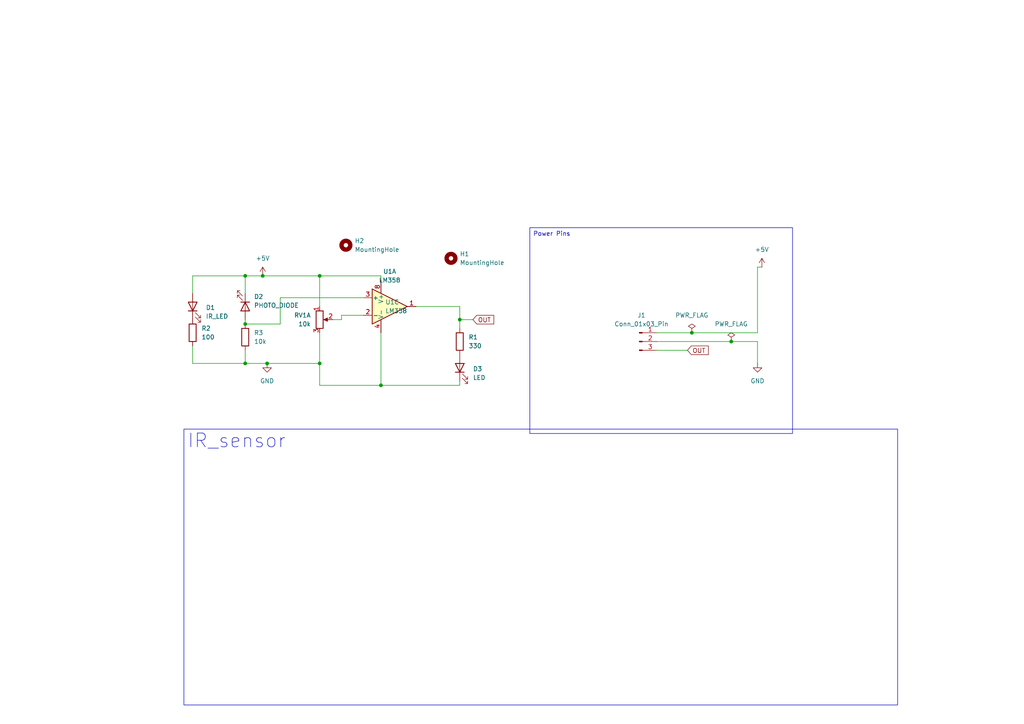
<source format=kicad_sch>
(kicad_sch
	(version 20250114)
	(generator "eeschema")
	(generator_version "9.0")
	(uuid "9cc32fef-79dd-4b95-ac47-1fd5734f71e4")
	(paper "A4")
	(lib_symbols
		(symbol "Amplifier_Operational:LM358"
			(pin_names
				(offset 0.127)
			)
			(exclude_from_sim no)
			(in_bom yes)
			(on_board yes)
			(property "Reference" "U"
				(at 0 5.08 0)
				(effects
					(font
						(size 1.27 1.27)
					)
					(justify left)
				)
			)
			(property "Value" "LM358"
				(at 0 -5.08 0)
				(effects
					(font
						(size 1.27 1.27)
					)
					(justify left)
				)
			)
			(property "Footprint" ""
				(at 0 0 0)
				(effects
					(font
						(size 1.27 1.27)
					)
					(hide yes)
				)
			)
			(property "Datasheet" "http://www.ti.com/lit/ds/symlink/lm2904-n.pdf"
				(at 0 0 0)
				(effects
					(font
						(size 1.27 1.27)
					)
					(hide yes)
				)
			)
			(property "Description" "Low-Power, Dual Operational Amplifiers, DIP-8/SOIC-8/TO-99-8"
				(at 0 0 0)
				(effects
					(font
						(size 1.27 1.27)
					)
					(hide yes)
				)
			)
			(property "ki_locked" ""
				(at 0 0 0)
				(effects
					(font
						(size 1.27 1.27)
					)
				)
			)
			(property "ki_keywords" "dual opamp"
				(at 0 0 0)
				(effects
					(font
						(size 1.27 1.27)
					)
					(hide yes)
				)
			)
			(property "ki_fp_filters" "SOIC*3.9x4.9mm*P1.27mm* DIP*W7.62mm* TO*99* OnSemi*Micro8* TSSOP*3x3mm*P0.65mm* TSSOP*4.4x3mm*P0.65mm* MSOP*3x3mm*P0.65mm* SSOP*3.9x4.9mm*P0.635mm* LFCSP*2x2mm*P0.5mm* *SIP* SOIC*5.3x6.2mm*P1.27mm*"
				(at 0 0 0)
				(effects
					(font
						(size 1.27 1.27)
					)
					(hide yes)
				)
			)
			(symbol "LM358_1_1"
				(polyline
					(pts
						(xy -5.08 5.08) (xy 5.08 0) (xy -5.08 -5.08) (xy -5.08 5.08)
					)
					(stroke
						(width 0.254)
						(type default)
					)
					(fill
						(type background)
					)
				)
				(pin input line
					(at -7.62 2.54 0)
					(length 2.54)
					(name "+"
						(effects
							(font
								(size 1.27 1.27)
							)
						)
					)
					(number "3"
						(effects
							(font
								(size 1.27 1.27)
							)
						)
					)
				)
				(pin input line
					(at -7.62 -2.54 0)
					(length 2.54)
					(name "-"
						(effects
							(font
								(size 1.27 1.27)
							)
						)
					)
					(number "2"
						(effects
							(font
								(size 1.27 1.27)
							)
						)
					)
				)
				(pin output line
					(at 7.62 0 180)
					(length 2.54)
					(name "~"
						(effects
							(font
								(size 1.27 1.27)
							)
						)
					)
					(number "1"
						(effects
							(font
								(size 1.27 1.27)
							)
						)
					)
				)
			)
			(symbol "LM358_2_1"
				(polyline
					(pts
						(xy -5.08 5.08) (xy 5.08 0) (xy -5.08 -5.08) (xy -5.08 5.08)
					)
					(stroke
						(width 0.254)
						(type default)
					)
					(fill
						(type background)
					)
				)
				(pin input line
					(at -7.62 2.54 0)
					(length 2.54)
					(name "+"
						(effects
							(font
								(size 1.27 1.27)
							)
						)
					)
					(number "5"
						(effects
							(font
								(size 1.27 1.27)
							)
						)
					)
				)
				(pin input line
					(at -7.62 -2.54 0)
					(length 2.54)
					(name "-"
						(effects
							(font
								(size 1.27 1.27)
							)
						)
					)
					(number "6"
						(effects
							(font
								(size 1.27 1.27)
							)
						)
					)
				)
				(pin output line
					(at 7.62 0 180)
					(length 2.54)
					(name "~"
						(effects
							(font
								(size 1.27 1.27)
							)
						)
					)
					(number "7"
						(effects
							(font
								(size 1.27 1.27)
							)
						)
					)
				)
			)
			(symbol "LM358_3_1"
				(pin power_in line
					(at -2.54 7.62 270)
					(length 3.81)
					(name "V+"
						(effects
							(font
								(size 1.27 1.27)
							)
						)
					)
					(number "8"
						(effects
							(font
								(size 1.27 1.27)
							)
						)
					)
				)
				(pin power_in line
					(at -2.54 -7.62 90)
					(length 3.81)
					(name "V-"
						(effects
							(font
								(size 1.27 1.27)
							)
						)
					)
					(number "4"
						(effects
							(font
								(size 1.27 1.27)
							)
						)
					)
				)
			)
			(embedded_fonts no)
		)
		(symbol "Connector:Conn_01x03_Pin"
			(pin_names
				(offset 1.016)
				(hide yes)
			)
			(exclude_from_sim no)
			(in_bom yes)
			(on_board yes)
			(property "Reference" "J"
				(at 0 5.08 0)
				(effects
					(font
						(size 1.27 1.27)
					)
				)
			)
			(property "Value" "Conn_01x03_Pin"
				(at 0 -5.08 0)
				(effects
					(font
						(size 1.27 1.27)
					)
				)
			)
			(property "Footprint" ""
				(at 0 0 0)
				(effects
					(font
						(size 1.27 1.27)
					)
					(hide yes)
				)
			)
			(property "Datasheet" "~"
				(at 0 0 0)
				(effects
					(font
						(size 1.27 1.27)
					)
					(hide yes)
				)
			)
			(property "Description" "Generic connector, single row, 01x03, script generated"
				(at 0 0 0)
				(effects
					(font
						(size 1.27 1.27)
					)
					(hide yes)
				)
			)
			(property "ki_locked" ""
				(at 0 0 0)
				(effects
					(font
						(size 1.27 1.27)
					)
				)
			)
			(property "ki_keywords" "connector"
				(at 0 0 0)
				(effects
					(font
						(size 1.27 1.27)
					)
					(hide yes)
				)
			)
			(property "ki_fp_filters" "Connector*:*_1x??_*"
				(at 0 0 0)
				(effects
					(font
						(size 1.27 1.27)
					)
					(hide yes)
				)
			)
			(symbol "Conn_01x03_Pin_1_1"
				(rectangle
					(start 0.8636 2.667)
					(end 0 2.413)
					(stroke
						(width 0.1524)
						(type default)
					)
					(fill
						(type outline)
					)
				)
				(rectangle
					(start 0.8636 0.127)
					(end 0 -0.127)
					(stroke
						(width 0.1524)
						(type default)
					)
					(fill
						(type outline)
					)
				)
				(rectangle
					(start 0.8636 -2.413)
					(end 0 -2.667)
					(stroke
						(width 0.1524)
						(type default)
					)
					(fill
						(type outline)
					)
				)
				(polyline
					(pts
						(xy 1.27 2.54) (xy 0.8636 2.54)
					)
					(stroke
						(width 0.1524)
						(type default)
					)
					(fill
						(type none)
					)
				)
				(polyline
					(pts
						(xy 1.27 0) (xy 0.8636 0)
					)
					(stroke
						(width 0.1524)
						(type default)
					)
					(fill
						(type none)
					)
				)
				(polyline
					(pts
						(xy 1.27 -2.54) (xy 0.8636 -2.54)
					)
					(stroke
						(width 0.1524)
						(type default)
					)
					(fill
						(type none)
					)
				)
				(pin passive line
					(at 5.08 2.54 180)
					(length 3.81)
					(name "Pin_1"
						(effects
							(font
								(size 1.27 1.27)
							)
						)
					)
					(number "1"
						(effects
							(font
								(size 1.27 1.27)
							)
						)
					)
				)
				(pin passive line
					(at 5.08 0 180)
					(length 3.81)
					(name "Pin_2"
						(effects
							(font
								(size 1.27 1.27)
							)
						)
					)
					(number "2"
						(effects
							(font
								(size 1.27 1.27)
							)
						)
					)
				)
				(pin passive line
					(at 5.08 -2.54 180)
					(length 3.81)
					(name "Pin_3"
						(effects
							(font
								(size 1.27 1.27)
							)
						)
					)
					(number "3"
						(effects
							(font
								(size 1.27 1.27)
							)
						)
					)
				)
			)
			(embedded_fonts no)
		)
		(symbol "Device:LED"
			(pin_numbers
				(hide yes)
			)
			(pin_names
				(offset 1.016)
				(hide yes)
			)
			(exclude_from_sim no)
			(in_bom yes)
			(on_board yes)
			(property "Reference" "D"
				(at 0 2.54 0)
				(effects
					(font
						(size 1.27 1.27)
					)
				)
			)
			(property "Value" "LED"
				(at 0 -2.54 0)
				(effects
					(font
						(size 1.27 1.27)
					)
				)
			)
			(property "Footprint" ""
				(at 0 0 0)
				(effects
					(font
						(size 1.27 1.27)
					)
					(hide yes)
				)
			)
			(property "Datasheet" "~"
				(at 0 0 0)
				(effects
					(font
						(size 1.27 1.27)
					)
					(hide yes)
				)
			)
			(property "Description" "Light emitting diode"
				(at 0 0 0)
				(effects
					(font
						(size 1.27 1.27)
					)
					(hide yes)
				)
			)
			(property "Sim.Pins" "1=K 2=A"
				(at 0 0 0)
				(effects
					(font
						(size 1.27 1.27)
					)
					(hide yes)
				)
			)
			(property "ki_keywords" "LED diode"
				(at 0 0 0)
				(effects
					(font
						(size 1.27 1.27)
					)
					(hide yes)
				)
			)
			(property "ki_fp_filters" "LED* LED_SMD:* LED_THT:*"
				(at 0 0 0)
				(effects
					(font
						(size 1.27 1.27)
					)
					(hide yes)
				)
			)
			(symbol "LED_0_1"
				(polyline
					(pts
						(xy -3.048 -0.762) (xy -4.572 -2.286) (xy -3.81 -2.286) (xy -4.572 -2.286) (xy -4.572 -1.524)
					)
					(stroke
						(width 0)
						(type default)
					)
					(fill
						(type none)
					)
				)
				(polyline
					(pts
						(xy -1.778 -0.762) (xy -3.302 -2.286) (xy -2.54 -2.286) (xy -3.302 -2.286) (xy -3.302 -1.524)
					)
					(stroke
						(width 0)
						(type default)
					)
					(fill
						(type none)
					)
				)
				(polyline
					(pts
						(xy -1.27 0) (xy 1.27 0)
					)
					(stroke
						(width 0)
						(type default)
					)
					(fill
						(type none)
					)
				)
				(polyline
					(pts
						(xy -1.27 -1.27) (xy -1.27 1.27)
					)
					(stroke
						(width 0.254)
						(type default)
					)
					(fill
						(type none)
					)
				)
				(polyline
					(pts
						(xy 1.27 -1.27) (xy 1.27 1.27) (xy -1.27 0) (xy 1.27 -1.27)
					)
					(stroke
						(width 0.254)
						(type default)
					)
					(fill
						(type none)
					)
				)
			)
			(symbol "LED_1_1"
				(pin passive line
					(at -3.81 0 0)
					(length 2.54)
					(name "K"
						(effects
							(font
								(size 1.27 1.27)
							)
						)
					)
					(number "1"
						(effects
							(font
								(size 1.27 1.27)
							)
						)
					)
				)
				(pin passive line
					(at 3.81 0 180)
					(length 2.54)
					(name "A"
						(effects
							(font
								(size 1.27 1.27)
							)
						)
					)
					(number "2"
						(effects
							(font
								(size 1.27 1.27)
							)
						)
					)
				)
			)
			(embedded_fonts no)
		)
		(symbol "Device:R"
			(pin_numbers
				(hide yes)
			)
			(pin_names
				(offset 0)
			)
			(exclude_from_sim no)
			(in_bom yes)
			(on_board yes)
			(property "Reference" "R"
				(at 2.032 0 90)
				(effects
					(font
						(size 1.27 1.27)
					)
				)
			)
			(property "Value" "R"
				(at 0 0 90)
				(effects
					(font
						(size 1.27 1.27)
					)
				)
			)
			(property "Footprint" ""
				(at -1.778 0 90)
				(effects
					(font
						(size 1.27 1.27)
					)
					(hide yes)
				)
			)
			(property "Datasheet" "~"
				(at 0 0 0)
				(effects
					(font
						(size 1.27 1.27)
					)
					(hide yes)
				)
			)
			(property "Description" "Resistor"
				(at 0 0 0)
				(effects
					(font
						(size 1.27 1.27)
					)
					(hide yes)
				)
			)
			(property "ki_keywords" "R res resistor"
				(at 0 0 0)
				(effects
					(font
						(size 1.27 1.27)
					)
					(hide yes)
				)
			)
			(property "ki_fp_filters" "R_*"
				(at 0 0 0)
				(effects
					(font
						(size 1.27 1.27)
					)
					(hide yes)
				)
			)
			(symbol "R_0_1"
				(rectangle
					(start -1.016 -2.54)
					(end 1.016 2.54)
					(stroke
						(width 0.254)
						(type default)
					)
					(fill
						(type none)
					)
				)
			)
			(symbol "R_1_1"
				(pin passive line
					(at 0 3.81 270)
					(length 1.27)
					(name "~"
						(effects
							(font
								(size 1.27 1.27)
							)
						)
					)
					(number "1"
						(effects
							(font
								(size 1.27 1.27)
							)
						)
					)
				)
				(pin passive line
					(at 0 -3.81 90)
					(length 1.27)
					(name "~"
						(effects
							(font
								(size 1.27 1.27)
							)
						)
					)
					(number "2"
						(effects
							(font
								(size 1.27 1.27)
							)
						)
					)
				)
			)
			(embedded_fonts no)
		)
		(symbol "Device:R_Potentiometer_Dual_Separate"
			(pin_names
				(offset 1.016)
				(hide yes)
			)
			(exclude_from_sim no)
			(in_bom yes)
			(on_board yes)
			(property "Reference" "RV"
				(at -4.445 0 90)
				(effects
					(font
						(size 1.27 1.27)
					)
				)
			)
			(property "Value" "R_Potentiometer_Dual_Separate"
				(at -2.54 0 90)
				(effects
					(font
						(size 1.27 1.27)
					)
				)
			)
			(property "Footprint" ""
				(at 0 0 0)
				(effects
					(font
						(size 1.27 1.27)
					)
					(hide yes)
				)
			)
			(property "Datasheet" "~"
				(at 0 0 0)
				(effects
					(font
						(size 1.27 1.27)
					)
					(hide yes)
				)
			)
			(property "Description" "Dual potentiometer, separate units"
				(at 0 0 0)
				(effects
					(font
						(size 1.27 1.27)
					)
					(hide yes)
				)
			)
			(property "ki_keywords" "resistor variable"
				(at 0 0 0)
				(effects
					(font
						(size 1.27 1.27)
					)
					(hide yes)
				)
			)
			(property "ki_fp_filters" "Potentiometer*"
				(at 0 0 0)
				(effects
					(font
						(size 1.27 1.27)
					)
					(hide yes)
				)
			)
			(symbol "R_Potentiometer_Dual_Separate_0_1"
				(rectangle
					(start 1.016 2.54)
					(end -1.016 -2.54)
					(stroke
						(width 0.254)
						(type default)
					)
					(fill
						(type none)
					)
				)
				(polyline
					(pts
						(xy 1.143 0) (xy 2.286 0.508) (xy 2.286 -0.508) (xy 1.143 0)
					)
					(stroke
						(width 0)
						(type default)
					)
					(fill
						(type outline)
					)
				)
				(polyline
					(pts
						(xy 2.54 0) (xy 1.524 0)
					)
					(stroke
						(width 0)
						(type default)
					)
					(fill
						(type none)
					)
				)
			)
			(symbol "R_Potentiometer_Dual_Separate_1_1"
				(pin passive line
					(at 0 3.81 270)
					(length 1.27)
					(name "1"
						(effects
							(font
								(size 1.27 1.27)
							)
						)
					)
					(number "1"
						(effects
							(font
								(size 1.27 1.27)
							)
						)
					)
				)
				(pin passive line
					(at 0 -3.81 90)
					(length 1.27)
					(name "3"
						(effects
							(font
								(size 1.27 1.27)
							)
						)
					)
					(number "3"
						(effects
							(font
								(size 1.27 1.27)
							)
						)
					)
				)
				(pin passive line
					(at 3.81 0 180)
					(length 1.27)
					(name "2"
						(effects
							(font
								(size 1.27 1.27)
							)
						)
					)
					(number "2"
						(effects
							(font
								(size 1.27 1.27)
							)
						)
					)
				)
			)
			(symbol "R_Potentiometer_Dual_Separate_2_1"
				(pin passive line
					(at 0 3.81 270)
					(length 1.27)
					(name "4"
						(effects
							(font
								(size 1.27 1.27)
							)
						)
					)
					(number "4"
						(effects
							(font
								(size 1.27 1.27)
							)
						)
					)
				)
				(pin passive line
					(at 0 -3.81 90)
					(length 1.27)
					(name "6"
						(effects
							(font
								(size 1.27 1.27)
							)
						)
					)
					(number "6"
						(effects
							(font
								(size 1.27 1.27)
							)
						)
					)
				)
				(pin passive line
					(at 3.81 0 180)
					(length 1.27)
					(name "5"
						(effects
							(font
								(size 1.27 1.27)
							)
						)
					)
					(number "5"
						(effects
							(font
								(size 1.27 1.27)
							)
						)
					)
				)
			)
			(embedded_fonts no)
		)
		(symbol "Mechanical:MountingHole"
			(pin_names
				(offset 1.016)
			)
			(exclude_from_sim no)
			(in_bom no)
			(on_board yes)
			(property "Reference" "H"
				(at 0 5.08 0)
				(effects
					(font
						(size 1.27 1.27)
					)
				)
			)
			(property "Value" "MountingHole"
				(at 0 3.175 0)
				(effects
					(font
						(size 1.27 1.27)
					)
				)
			)
			(property "Footprint" ""
				(at 0 0 0)
				(effects
					(font
						(size 1.27 1.27)
					)
					(hide yes)
				)
			)
			(property "Datasheet" "~"
				(at 0 0 0)
				(effects
					(font
						(size 1.27 1.27)
					)
					(hide yes)
				)
			)
			(property "Description" "Mounting Hole without connection"
				(at 0 0 0)
				(effects
					(font
						(size 1.27 1.27)
					)
					(hide yes)
				)
			)
			(property "ki_keywords" "mounting hole"
				(at 0 0 0)
				(effects
					(font
						(size 1.27 1.27)
					)
					(hide yes)
				)
			)
			(property "ki_fp_filters" "MountingHole*"
				(at 0 0 0)
				(effects
					(font
						(size 1.27 1.27)
					)
					(hide yes)
				)
			)
			(symbol "MountingHole_0_1"
				(circle
					(center 0 0)
					(radius 1.27)
					(stroke
						(width 1.27)
						(type default)
					)
					(fill
						(type none)
					)
				)
			)
			(embedded_fonts no)
		)
		(symbol "power:+4V"
			(power)
			(pin_numbers
				(hide yes)
			)
			(pin_names
				(offset 0)
				(hide yes)
			)
			(exclude_from_sim no)
			(in_bom yes)
			(on_board yes)
			(property "Reference" "#PWR"
				(at 0 -3.81 0)
				(effects
					(font
						(size 1.27 1.27)
					)
					(hide yes)
				)
			)
			(property "Value" "+4V"
				(at 0 3.556 0)
				(effects
					(font
						(size 1.27 1.27)
					)
				)
			)
			(property "Footprint" ""
				(at 0 0 0)
				(effects
					(font
						(size 1.27 1.27)
					)
					(hide yes)
				)
			)
			(property "Datasheet" ""
				(at 0 0 0)
				(effects
					(font
						(size 1.27 1.27)
					)
					(hide yes)
				)
			)
			(property "Description" "Power symbol creates a global label with name \"+4V\""
				(at 0 0 0)
				(effects
					(font
						(size 1.27 1.27)
					)
					(hide yes)
				)
			)
			(property "ki_keywords" "global power"
				(at 0 0 0)
				(effects
					(font
						(size 1.27 1.27)
					)
					(hide yes)
				)
			)
			(symbol "+4V_0_1"
				(polyline
					(pts
						(xy -0.762 1.27) (xy 0 2.54)
					)
					(stroke
						(width 0)
						(type default)
					)
					(fill
						(type none)
					)
				)
				(polyline
					(pts
						(xy 0 2.54) (xy 0.762 1.27)
					)
					(stroke
						(width 0)
						(type default)
					)
					(fill
						(type none)
					)
				)
				(polyline
					(pts
						(xy 0 0) (xy 0 2.54)
					)
					(stroke
						(width 0)
						(type default)
					)
					(fill
						(type none)
					)
				)
			)
			(symbol "+4V_1_1"
				(pin power_in line
					(at 0 0 90)
					(length 0)
					(name "~"
						(effects
							(font
								(size 1.27 1.27)
							)
						)
					)
					(number "1"
						(effects
							(font
								(size 1.27 1.27)
							)
						)
					)
				)
			)
			(embedded_fonts no)
		)
		(symbol "power:GND"
			(power)
			(pin_numbers
				(hide yes)
			)
			(pin_names
				(offset 0)
				(hide yes)
			)
			(exclude_from_sim no)
			(in_bom yes)
			(on_board yes)
			(property "Reference" "#PWR"
				(at 0 -6.35 0)
				(effects
					(font
						(size 1.27 1.27)
					)
					(hide yes)
				)
			)
			(property "Value" "GND"
				(at 0 -3.81 0)
				(effects
					(font
						(size 1.27 1.27)
					)
				)
			)
			(property "Footprint" ""
				(at 0 0 0)
				(effects
					(font
						(size 1.27 1.27)
					)
					(hide yes)
				)
			)
			(property "Datasheet" ""
				(at 0 0 0)
				(effects
					(font
						(size 1.27 1.27)
					)
					(hide yes)
				)
			)
			(property "Description" "Power symbol creates a global label with name \"GND\" , ground"
				(at 0 0 0)
				(effects
					(font
						(size 1.27 1.27)
					)
					(hide yes)
				)
			)
			(property "ki_keywords" "global power"
				(at 0 0 0)
				(effects
					(font
						(size 1.27 1.27)
					)
					(hide yes)
				)
			)
			(symbol "GND_0_1"
				(polyline
					(pts
						(xy 0 0) (xy 0 -1.27) (xy 1.27 -1.27) (xy 0 -2.54) (xy -1.27 -1.27) (xy 0 -1.27)
					)
					(stroke
						(width 0)
						(type default)
					)
					(fill
						(type none)
					)
				)
			)
			(symbol "GND_1_1"
				(pin power_in line
					(at 0 0 270)
					(length 0)
					(name "~"
						(effects
							(font
								(size 1.27 1.27)
							)
						)
					)
					(number "1"
						(effects
							(font
								(size 1.27 1.27)
							)
						)
					)
				)
			)
			(embedded_fonts no)
		)
		(symbol "power:PWR_FLAG"
			(power)
			(pin_numbers
				(hide yes)
			)
			(pin_names
				(offset 0)
				(hide yes)
			)
			(exclude_from_sim no)
			(in_bom yes)
			(on_board yes)
			(property "Reference" "#FLG"
				(at 0 1.905 0)
				(effects
					(font
						(size 1.27 1.27)
					)
					(hide yes)
				)
			)
			(property "Value" "PWR_FLAG"
				(at 0 3.81 0)
				(effects
					(font
						(size 1.27 1.27)
					)
				)
			)
			(property "Footprint" ""
				(at 0 0 0)
				(effects
					(font
						(size 1.27 1.27)
					)
					(hide yes)
				)
			)
			(property "Datasheet" "~"
				(at 0 0 0)
				(effects
					(font
						(size 1.27 1.27)
					)
					(hide yes)
				)
			)
			(property "Description" "Special symbol for telling ERC where power comes from"
				(at 0 0 0)
				(effects
					(font
						(size 1.27 1.27)
					)
					(hide yes)
				)
			)
			(property "ki_keywords" "flag power"
				(at 0 0 0)
				(effects
					(font
						(size 1.27 1.27)
					)
					(hide yes)
				)
			)
			(symbol "PWR_FLAG_0_0"
				(pin power_out line
					(at 0 0 90)
					(length 0)
					(name "~"
						(effects
							(font
								(size 1.27 1.27)
							)
						)
					)
					(number "1"
						(effects
							(font
								(size 1.27 1.27)
							)
						)
					)
				)
			)
			(symbol "PWR_FLAG_0_1"
				(polyline
					(pts
						(xy 0 0) (xy 0 1.27) (xy -1.016 1.905) (xy 0 2.54) (xy 1.016 1.905) (xy 0 1.27)
					)
					(stroke
						(width 0)
						(type default)
					)
					(fill
						(type none)
					)
				)
			)
			(embedded_fonts no)
		)
	)
	(text_box "Power Pins\n"
		(exclude_from_sim no)
		(at 153.67 66.04 0)
		(size 76.2 59.69)
		(margins 0.9525 0.9525 0.9525 0.9525)
		(stroke
			(width 0)
			(type solid)
		)
		(fill
			(type none)
		)
		(effects
			(font
				(size 1.27 1.27)
			)
			(justify left top)
		)
		(uuid "aefb7dd7-b969-4bb3-a6eb-388838f382ed")
	)
	(text_box "IR_sensor\n"
		(exclude_from_sim no)
		(at 53.34 124.46 0)
		(size 207.01 80.01)
		(margins 0.9525 0.9525 0.9525 0.9525)
		(stroke
			(width 0)
			(type solid)
		)
		(fill
			(type none)
		)
		(effects
			(font
				(size 4 4)
			)
			(justify left top)
		)
		(uuid "d561c44d-71c5-4f3a-b69c-7876baacad7c")
	)
	(junction
		(at 76.2 80.01)
		(diameter 0)
		(color 0 0 0 0)
		(uuid "047faa15-dab0-4f33-b311-a1b7eabe724d")
	)
	(junction
		(at 71.12 80.01)
		(diameter 0)
		(color 0 0 0 0)
		(uuid "4daef365-1eb5-4f00-b89d-4fb3bc2f4f9e")
	)
	(junction
		(at 92.71 80.01)
		(diameter 0)
		(color 0 0 0 0)
		(uuid "692562dc-5c0d-4718-838c-95f25d2c1cfa")
	)
	(junction
		(at 71.12 93.98)
		(diameter 0)
		(color 0 0 0 0)
		(uuid "7b85404b-b611-40e3-8512-882f45a7d65e")
	)
	(junction
		(at 110.49 111.76)
		(diameter 0)
		(color 0 0 0 0)
		(uuid "8ccc8436-81c6-44bb-943c-4abf7bcc42a3")
	)
	(junction
		(at 212.09 99.06)
		(diameter 0)
		(color 0 0 0 0)
		(uuid "9a2d1821-02f9-410c-939a-c6c625373f84")
	)
	(junction
		(at 71.12 105.41)
		(diameter 0)
		(color 0 0 0 0)
		(uuid "9ddfd283-c73d-4cd6-90e0-6a021c9c0ab3")
	)
	(junction
		(at 92.71 105.41)
		(diameter 0)
		(color 0 0 0 0)
		(uuid "a062fff6-230e-466e-bf11-a34048bd8223")
	)
	(junction
		(at 133.35 92.71)
		(diameter 0)
		(color 0 0 0 0)
		(uuid "c180fa16-c0ca-40cf-bd7f-1d1d726d97e1")
	)
	(junction
		(at 77.47 105.41)
		(diameter 0)
		(color 0 0 0 0)
		(uuid "cb83e214-145e-40a5-8b30-d924837cecdc")
	)
	(junction
		(at 200.66 96.52)
		(diameter 0)
		(color 0 0 0 0)
		(uuid "d8d6bbd4-7593-460e-b1d1-18a2a6690598")
	)
	(wire
		(pts
			(xy 219.71 99.06) (xy 219.71 105.41)
		)
		(stroke
			(width 0)
			(type default)
		)
		(uuid "15ab50ea-79e3-49bd-8594-1795fe60cd7f")
	)
	(wire
		(pts
			(xy 110.49 96.52) (xy 110.49 111.76)
		)
		(stroke
			(width 0)
			(type default)
		)
		(uuid "1934800d-6158-47db-8c80-7165546426d1")
	)
	(wire
		(pts
			(xy 92.71 111.76) (xy 110.49 111.76)
		)
		(stroke
			(width 0)
			(type default)
		)
		(uuid "196b5efc-d507-4f4b-acce-66178771e09a")
	)
	(wire
		(pts
			(xy 200.66 96.52) (xy 219.71 96.52)
		)
		(stroke
			(width 0)
			(type default)
		)
		(uuid "263e1eb4-94cf-40c7-8d88-3f69dcbef0b7")
	)
	(wire
		(pts
			(xy 76.2 80.01) (xy 92.71 80.01)
		)
		(stroke
			(width 0)
			(type default)
		)
		(uuid "28850447-5613-47b0-906d-76e531c5e31b")
	)
	(wire
		(pts
			(xy 71.12 80.01) (xy 55.88 80.01)
		)
		(stroke
			(width 0)
			(type default)
		)
		(uuid "28e42247-ca75-45d5-83be-1e92d6a3dad9")
	)
	(wire
		(pts
			(xy 71.12 101.6) (xy 71.12 105.41)
		)
		(stroke
			(width 0)
			(type default)
		)
		(uuid "2c6f7a3d-7b69-4e8d-8fa2-498b838177ec")
	)
	(wire
		(pts
			(xy 71.12 85.09) (xy 71.12 80.01)
		)
		(stroke
			(width 0)
			(type default)
		)
		(uuid "317a675e-5e48-4048-971c-045be8496e39")
	)
	(wire
		(pts
			(xy 110.49 111.76) (xy 133.35 111.76)
		)
		(stroke
			(width 0)
			(type default)
		)
		(uuid "355ae89d-a393-434b-bf0c-5739c88a24ce")
	)
	(wire
		(pts
			(xy 55.88 105.41) (xy 71.12 105.41)
		)
		(stroke
			(width 0)
			(type default)
		)
		(uuid "38692d58-23e5-4857-b25d-04608fb31dce")
	)
	(wire
		(pts
			(xy 92.71 96.52) (xy 92.71 105.41)
		)
		(stroke
			(width 0)
			(type default)
		)
		(uuid "43442f38-5089-440c-ba00-9295ed0883f9")
	)
	(wire
		(pts
			(xy 77.47 105.41) (xy 92.71 105.41)
		)
		(stroke
			(width 0)
			(type default)
		)
		(uuid "465c0e4c-9241-4dc4-88f4-0f617b75f8ac")
	)
	(wire
		(pts
			(xy 133.35 92.71) (xy 133.35 95.25)
		)
		(stroke
			(width 0)
			(type default)
		)
		(uuid "5429c2e0-7f8d-4b97-946f-cb9ebd85a070")
	)
	(wire
		(pts
			(xy 71.12 105.41) (xy 77.47 105.41)
		)
		(stroke
			(width 0)
			(type default)
		)
		(uuid "544951b0-76db-47f5-a4ca-ed78a87cf239")
	)
	(wire
		(pts
			(xy 110.49 80.01) (xy 92.71 80.01)
		)
		(stroke
			(width 0)
			(type default)
		)
		(uuid "548a76a6-14ac-49c0-b4a4-28b03ef46de0")
	)
	(wire
		(pts
			(xy 133.35 88.9) (xy 133.35 92.71)
		)
		(stroke
			(width 0)
			(type default)
		)
		(uuid "5b59b62d-6fee-41cf-87a9-705810cc8856")
	)
	(wire
		(pts
			(xy 190.5 96.52) (xy 200.66 96.52)
		)
		(stroke
			(width 0)
			(type default)
		)
		(uuid "5c004ee8-e921-423d-9979-a7995587d24a")
	)
	(wire
		(pts
			(xy 190.5 99.06) (xy 212.09 99.06)
		)
		(stroke
			(width 0)
			(type default)
		)
		(uuid "5d6ad1b4-b984-4805-a447-1f1644411e9b")
	)
	(wire
		(pts
			(xy 99.06 92.71) (xy 96.52 92.71)
		)
		(stroke
			(width 0)
			(type default)
		)
		(uuid "62983cbe-c3c6-4717-98f9-6690e34f90b0")
	)
	(wire
		(pts
			(xy 133.35 111.76) (xy 133.35 110.49)
		)
		(stroke
			(width 0)
			(type default)
		)
		(uuid "66ca1f73-6ade-4d95-a770-3ef500237bb6")
	)
	(wire
		(pts
			(xy 71.12 80.01) (xy 76.2 80.01)
		)
		(stroke
			(width 0)
			(type default)
		)
		(uuid "6cb63c09-c88b-463c-aed4-1f187901be0d")
	)
	(wire
		(pts
			(xy 190.5 101.6) (xy 199.39 101.6)
		)
		(stroke
			(width 0)
			(type default)
		)
		(uuid "7c655ea0-e0f3-4568-b270-2a598a4beef0")
	)
	(wire
		(pts
			(xy 105.41 86.36) (xy 81.28 86.36)
		)
		(stroke
			(width 0)
			(type default)
		)
		(uuid "840d8ef8-a8be-4dd6-9c1f-3cd829543bc8")
	)
	(wire
		(pts
			(xy 55.88 100.33) (xy 55.88 105.41)
		)
		(stroke
			(width 0)
			(type default)
		)
		(uuid "89d343bf-751e-4768-9128-dfff6d23b1f5")
	)
	(wire
		(pts
			(xy 120.65 88.9) (xy 133.35 88.9)
		)
		(stroke
			(width 0)
			(type default)
		)
		(uuid "8c7eb35f-b6ca-4448-9737-7019da24bff4")
	)
	(wire
		(pts
			(xy 92.71 80.01) (xy 92.71 88.9)
		)
		(stroke
			(width 0)
			(type default)
		)
		(uuid "947d046b-94ab-4a06-8062-bfddd3455b10")
	)
	(wire
		(pts
			(xy 212.09 99.06) (xy 219.71 99.06)
		)
		(stroke
			(width 0)
			(type default)
		)
		(uuid "a3b595d0-82bb-44a5-aa8a-7e75d9a71a1d")
	)
	(wire
		(pts
			(xy 71.12 92.71) (xy 71.12 93.98)
		)
		(stroke
			(width 0)
			(type default)
		)
		(uuid "a90ab9c1-a6cc-4134-81ee-fec1140f14a6")
	)
	(wire
		(pts
			(xy 105.41 91.44) (xy 99.06 91.44)
		)
		(stroke
			(width 0)
			(type default)
		)
		(uuid "aafdf8f6-05ee-463f-a5f1-5be7873deae2")
	)
	(wire
		(pts
			(xy 81.28 93.98) (xy 71.12 93.98)
		)
		(stroke
			(width 0)
			(type default)
		)
		(uuid "b1ea40aa-49e8-4cb5-8543-862575bee7a3")
	)
	(wire
		(pts
			(xy 81.28 86.36) (xy 81.28 93.98)
		)
		(stroke
			(width 0)
			(type default)
		)
		(uuid "c0e661fe-7b62-42f8-9674-c630dc52bad0")
	)
	(wire
		(pts
			(xy 92.71 111.76) (xy 92.71 105.41)
		)
		(stroke
			(width 0)
			(type default)
		)
		(uuid "c1600c96-9695-4cb1-92e2-cfe69465bb1c")
	)
	(wire
		(pts
			(xy 219.71 96.52) (xy 219.71 77.47)
		)
		(stroke
			(width 0)
			(type default)
		)
		(uuid "cf365844-f0dc-4459-a60c-29774a0b00a1")
	)
	(wire
		(pts
			(xy 110.49 81.28) (xy 110.49 80.01)
		)
		(stroke
			(width 0)
			(type default)
		)
		(uuid "e376199d-a268-4d56-9f2a-a233a539cd77")
	)
	(wire
		(pts
			(xy 99.06 91.44) (xy 99.06 92.71)
		)
		(stroke
			(width 0)
			(type default)
		)
		(uuid "e5fc3a2d-754c-4258-909b-cfff3eaa7823")
	)
	(wire
		(pts
			(xy 55.88 80.01) (xy 55.88 85.09)
		)
		(stroke
			(width 0)
			(type default)
		)
		(uuid "e821be68-8eb0-4580-8744-cb98b6fcc360")
	)
	(wire
		(pts
			(xy 219.71 77.47) (xy 220.98 77.47)
		)
		(stroke
			(width 0)
			(type default)
		)
		(uuid "ea12b0cc-bed6-40a4-a951-9e761b59a0e1")
	)
	(wire
		(pts
			(xy 133.35 92.71) (xy 137.16 92.71)
		)
		(stroke
			(width 0)
			(type default)
		)
		(uuid "ef514793-72f6-4cee-b1de-e46bbec86246")
	)
	(global_label "OUT"
		(shape input)
		(at 199.39 101.6 0)
		(fields_autoplaced yes)
		(effects
			(font
				(size 1.27 1.27)
			)
			(justify left)
		)
		(uuid "39ad2455-c4ca-4667-b3c6-dc1cf5df4725")
		(property "Intersheetrefs" "${INTERSHEET_REFS}"
			(at 206.0038 101.6 0)
			(effects
				(font
					(size 1.27 1.27)
				)
				(justify left)
				(hide yes)
			)
		)
	)
	(global_label "OUT"
		(shape input)
		(at 137.16 92.71 0)
		(fields_autoplaced yes)
		(effects
			(font
				(size 1.27 1.27)
			)
			(justify left)
		)
		(uuid "c78168bd-ddc5-4601-9f7b-8b98bd7bbe68")
		(property "Intersheetrefs" "${INTERSHEET_REFS}"
			(at 143.7738 92.71 0)
			(effects
				(font
					(size 1.27 1.27)
				)
				(justify left)
				(hide yes)
			)
		)
	)
	(symbol
		(lib_id "Mechanical:MountingHole")
		(at 130.81 74.93 0)
		(unit 1)
		(exclude_from_sim no)
		(in_bom no)
		(on_board yes)
		(dnp no)
		(fields_autoplaced yes)
		(uuid "0e5637b5-4c58-4eb2-a02a-fce28494d7bd")
		(property "Reference" "H1"
			(at 133.35 73.6599 0)
			(effects
				(font
					(size 1.27 1.27)
				)
				(justify left)
			)
		)
		(property "Value" "MountingHole"
			(at 133.35 76.1999 0)
			(effects
				(font
					(size 1.27 1.27)
				)
				(justify left)
			)
		)
		(property "Footprint" "MountingHole:MountingHole_2.2mm_M2"
			(at 130.81 74.93 0)
			(effects
				(font
					(size 1.27 1.27)
				)
				(hide yes)
			)
		)
		(property "Datasheet" "~"
			(at 130.81 74.93 0)
			(effects
				(font
					(size 1.27 1.27)
				)
				(hide yes)
			)
		)
		(property "Description" "Mounting Hole without connection"
			(at 130.81 74.93 0)
			(effects
				(font
					(size 1.27 1.27)
				)
				(hide yes)
			)
		)
		(instances
			(project ""
				(path "/9cc32fef-79dd-4b95-ac47-1fd5734f71e4"
					(reference "H1")
					(unit 1)
				)
			)
		)
	)
	(symbol
		(lib_id "Connector:Conn_01x03_Pin")
		(at 185.42 99.06 0)
		(unit 1)
		(exclude_from_sim no)
		(in_bom yes)
		(on_board yes)
		(dnp no)
		(fields_autoplaced yes)
		(uuid "0e9179a3-0d54-4f48-82d5-284d36374b61")
		(property "Reference" "J1"
			(at 186.055 91.44 0)
			(effects
				(font
					(size 1.27 1.27)
				)
			)
		)
		(property "Value" "Conn_01x03_Pin"
			(at 186.055 93.98 0)
			(effects
				(font
					(size 1.27 1.27)
				)
			)
		)
		(property "Footprint" "Connector_PinHeader_1.27mm:PinHeader_1x03_P1.27mm_Horizontal"
			(at 185.42 99.06 0)
			(effects
				(font
					(size 1.27 1.27)
				)
				(hide yes)
			)
		)
		(property "Datasheet" "~"
			(at 185.42 99.06 0)
			(effects
				(font
					(size 1.27 1.27)
				)
				(hide yes)
			)
		)
		(property "Description" "Generic connector, single row, 01x03, script generated"
			(at 185.42 99.06 0)
			(effects
				(font
					(size 1.27 1.27)
				)
				(hide yes)
			)
		)
		(pin "2"
			(uuid "dd40151a-9a98-4b2f-900c-92da69592386")
		)
		(pin "1"
			(uuid "48264728-3dc3-48f3-a6cf-189e26599394")
		)
		(pin "3"
			(uuid "8139f27f-66a0-4221-9eb5-4cbcb44cddf1")
		)
		(instances
			(project ""
				(path "/9cc32fef-79dd-4b95-ac47-1fd5734f71e4"
					(reference "J1")
					(unit 1)
				)
			)
		)
	)
	(symbol
		(lib_id "Device:R")
		(at 133.35 99.06 0)
		(unit 1)
		(exclude_from_sim no)
		(in_bom yes)
		(on_board yes)
		(dnp no)
		(uuid "10237de4-b531-427b-aff7-1148dc2f4b07")
		(property "Reference" "R1"
			(at 135.89 97.7899 0)
			(effects
				(font
					(size 1.27 1.27)
				)
				(justify left)
			)
		)
		(property "Value" "330"
			(at 135.89 100.3299 0)
			(effects
				(font
					(size 1.27 1.27)
				)
				(justify left)
			)
		)
		(property "Footprint" "Resistor_THT:R_Axial_DIN0207_L6.3mm_D2.5mm_P10.16mm_Horizontal"
			(at 131.572 99.06 90)
			(effects
				(font
					(size 1.27 1.27)
				)
				(hide yes)
			)
		)
		(property "Datasheet" "~"
			(at 133.35 99.06 0)
			(effects
				(font
					(size 1.27 1.27)
				)
				(hide yes)
			)
		)
		(property "Description" "Resistor"
			(at 133.35 99.06 0)
			(effects
				(font
					(size 1.27 1.27)
				)
				(hide yes)
			)
		)
		(pin "1"
			(uuid "365f81ee-e2c2-4e1b-aa3c-643200c06266")
		)
		(pin "2"
			(uuid "346f0fa8-8898-4bd1-9837-04da508a94bc")
		)
		(instances
			(project "IR"
				(path "/9cc32fef-79dd-4b95-ac47-1fd5734f71e4"
					(reference "R1")
					(unit 1)
				)
			)
		)
	)
	(symbol
		(lib_id "power:GND")
		(at 219.71 105.41 0)
		(unit 1)
		(exclude_from_sim no)
		(in_bom yes)
		(on_board yes)
		(dnp no)
		(fields_autoplaced yes)
		(uuid "1e619abd-96b7-4414-bc50-ba50882fc1ea")
		(property "Reference" "#PWR04"
			(at 219.71 111.76 0)
			(effects
				(font
					(size 1.27 1.27)
				)
				(hide yes)
			)
		)
		(property "Value" "GND"
			(at 219.71 110.49 0)
			(effects
				(font
					(size 1.27 1.27)
				)
			)
		)
		(property "Footprint" ""
			(at 219.71 105.41 0)
			(effects
				(font
					(size 1.27 1.27)
				)
				(hide yes)
			)
		)
		(property "Datasheet" ""
			(at 219.71 105.41 0)
			(effects
				(font
					(size 1.27 1.27)
				)
				(hide yes)
			)
		)
		(property "Description" "Power symbol creates a global label with name \"GND\" , ground"
			(at 219.71 105.41 0)
			(effects
				(font
					(size 1.27 1.27)
				)
				(hide yes)
			)
		)
		(pin "1"
			(uuid "4f11a456-e8f6-4794-a672-1318a77ab5ed")
		)
		(instances
			(project "IR"
				(path "/9cc32fef-79dd-4b95-ac47-1fd5734f71e4"
					(reference "#PWR04")
					(unit 1)
				)
			)
		)
	)
	(symbol
		(lib_id "Amplifier_Operational:LM358")
		(at 113.03 88.9 0)
		(unit 1)
		(exclude_from_sim no)
		(in_bom yes)
		(on_board yes)
		(dnp no)
		(fields_autoplaced yes)
		(uuid "20437398-b41e-4371-b2d3-24945619f4ae")
		(property "Reference" "U1"
			(at 113.03 78.74 0)
			(effects
				(font
					(size 1.27 1.27)
				)
			)
		)
		(property "Value" "LM358"
			(at 113.03 81.28 0)
			(effects
				(font
					(size 1.27 1.27)
				)
			)
		)
		(property "Footprint" "Package_DIP:DIP-8_W7.62mm"
			(at 113.03 88.9 0)
			(effects
				(font
					(size 1.27 1.27)
				)
				(hide yes)
			)
		)
		(property "Datasheet" "http://www.ti.com/lit/ds/symlink/lm2904-n.pdf"
			(at 113.03 88.9 0)
			(effects
				(font
					(size 1.27 1.27)
				)
				(hide yes)
			)
		)
		(property "Description" "Low-Power, Dual Operational Amplifiers, DIP-8/SOIC-8/TO-99-8"
			(at 113.03 88.9 0)
			(effects
				(font
					(size 1.27 1.27)
				)
				(hide yes)
			)
		)
		(pin "3"
			(uuid "60f9dd81-b41d-430c-b83a-a5730cd8fafb")
		)
		(pin "4"
			(uuid "e03f7547-75f8-4b9d-a8a2-2b6ec246e36a")
		)
		(pin "6"
			(uuid "7a64301b-879f-4dfa-87a4-f79ff161131c")
		)
		(pin "8"
			(uuid "f3e7e6b7-3e0a-4526-929f-d4c43f151467")
		)
		(pin "1"
			(uuid "30d93b75-8ff0-4d23-bc6b-f5729ab0be99")
		)
		(pin "7"
			(uuid "6530ac8e-0124-4ad0-9b9c-b200b78017fa")
		)
		(pin "5"
			(uuid "a8bd38bf-5f82-4067-81b9-bde3b9ee00b8")
		)
		(pin "2"
			(uuid "40d8ecff-737c-4a5e-a33f-3ef7c05b0498")
		)
		(instances
			(project ""
				(path "/9cc32fef-79dd-4b95-ac47-1fd5734f71e4"
					(reference "U1")
					(unit 1)
				)
			)
		)
	)
	(symbol
		(lib_id "Device:R_Potentiometer_Dual_Separate")
		(at 92.71 92.71 0)
		(unit 1)
		(exclude_from_sim no)
		(in_bom yes)
		(on_board yes)
		(dnp no)
		(fields_autoplaced yes)
		(uuid "2382a8f9-2afd-47af-a77f-15812c3a1a8d")
		(property "Reference" "RV1"
			(at 90.17 91.4399 0)
			(effects
				(font
					(size 1.27 1.27)
				)
				(justify right)
			)
		)
		(property "Value" "10k"
			(at 90.17 93.9799 0)
			(effects
				(font
					(size 1.27 1.27)
				)
				(justify right)
			)
		)
		(property "Footprint" "Potentiometer_THT:Potentiometer_Bourns_3266W_Vertical"
			(at 92.71 92.71 0)
			(effects
				(font
					(size 1.27 1.27)
				)
				(hide yes)
			)
		)
		(property "Datasheet" "~"
			(at 92.71 92.71 0)
			(effects
				(font
					(size 1.27 1.27)
				)
				(hide yes)
			)
		)
		(property "Description" "Dual potentiometer, separate units"
			(at 92.71 92.71 0)
			(effects
				(font
					(size 1.27 1.27)
				)
				(hide yes)
			)
		)
		(pin "6"
			(uuid "a3fe8e6a-f00e-4dcf-b819-90a4f59d948d")
		)
		(pin "3"
			(uuid "d0c0c831-71fe-43f2-9364-3fb7d2200efd")
		)
		(pin "2"
			(uuid "27bff325-bb65-4f00-9938-bbfbd97f379c")
		)
		(pin "5"
			(uuid "b85877fb-89d5-477b-bcbf-53227ee323cf")
		)
		(pin "1"
			(uuid "ea756d20-f621-4c47-ba43-393c93fa10cd")
		)
		(pin "4"
			(uuid "72736288-6105-4f78-85dc-2e6f56d90ddf")
		)
		(instances
			(project ""
				(path "/9cc32fef-79dd-4b95-ac47-1fd5734f71e4"
					(reference "RV1")
					(unit 1)
				)
			)
		)
	)
	(symbol
		(lib_id "Mechanical:MountingHole")
		(at 100.33 71.12 0)
		(unit 1)
		(exclude_from_sim no)
		(in_bom no)
		(on_board yes)
		(dnp no)
		(fields_autoplaced yes)
		(uuid "30b71f70-7cc8-48d3-af6c-eee3837b90a0")
		(property "Reference" "H2"
			(at 102.87 69.8499 0)
			(effects
				(font
					(size 1.27 1.27)
				)
				(justify left)
			)
		)
		(property "Value" "MountingHole"
			(at 102.87 72.3899 0)
			(effects
				(font
					(size 1.27 1.27)
				)
				(justify left)
			)
		)
		(property "Footprint" "MountingHole:MountingHole_2.2mm_M2"
			(at 100.33 71.12 0)
			(effects
				(font
					(size 1.27 1.27)
				)
				(hide yes)
			)
		)
		(property "Datasheet" "~"
			(at 100.33 71.12 0)
			(effects
				(font
					(size 1.27 1.27)
				)
				(hide yes)
			)
		)
		(property "Description" "Mounting Hole without connection"
			(at 100.33 71.12 0)
			(effects
				(font
					(size 1.27 1.27)
				)
				(hide yes)
			)
		)
		(instances
			(project ""
				(path "/9cc32fef-79dd-4b95-ac47-1fd5734f71e4"
					(reference "H2")
					(unit 1)
				)
			)
		)
	)
	(symbol
		(lib_id "Device:R")
		(at 71.12 97.79 180)
		(unit 1)
		(exclude_from_sim no)
		(in_bom yes)
		(on_board yes)
		(dnp no)
		(fields_autoplaced yes)
		(uuid "40cc9ff4-7a52-4f51-8d74-9b92cf911ff0")
		(property "Reference" "R3"
			(at 73.66 96.5199 0)
			(effects
				(font
					(size 1.27 1.27)
				)
				(justify right)
			)
		)
		(property "Value" "10k"
			(at 73.66 99.0599 0)
			(effects
				(font
					(size 1.27 1.27)
				)
				(justify right)
			)
		)
		(property "Footprint" "Resistor_THT:R_Axial_DIN0207_L6.3mm_D2.5mm_P10.16mm_Horizontal"
			(at 72.898 97.79 90)
			(effects
				(font
					(size 1.27 1.27)
				)
				(hide yes)
			)
		)
		(property "Datasheet" "~"
			(at 71.12 97.79 0)
			(effects
				(font
					(size 1.27 1.27)
				)
				(hide yes)
			)
		)
		(property "Description" "Resistor"
			(at 71.12 97.79 0)
			(effects
				(font
					(size 1.27 1.27)
				)
				(hide yes)
			)
		)
		(pin "1"
			(uuid "29792abe-491f-47dc-8168-3efff3ab1d72")
		)
		(pin "2"
			(uuid "0377439f-991a-41ff-84d8-dfaada7f943c")
		)
		(instances
			(project "IR"
				(path "/9cc32fef-79dd-4b95-ac47-1fd5734f71e4"
					(reference "R3")
					(unit 1)
				)
			)
		)
	)
	(symbol
		(lib_id "power:PWR_FLAG")
		(at 200.66 96.52 0)
		(unit 1)
		(exclude_from_sim no)
		(in_bom yes)
		(on_board yes)
		(dnp no)
		(fields_autoplaced yes)
		(uuid "5e1e7c8a-3afc-433a-8973-eb392e71f104")
		(property "Reference" "#FLG01"
			(at 200.66 94.615 0)
			(effects
				(font
					(size 1.27 1.27)
				)
				(hide yes)
			)
		)
		(property "Value" "PWR_FLAG"
			(at 200.66 91.44 0)
			(effects
				(font
					(size 1.27 1.27)
				)
			)
		)
		(property "Footprint" ""
			(at 200.66 96.52 0)
			(effects
				(font
					(size 1.27 1.27)
				)
				(hide yes)
			)
		)
		(property "Datasheet" "~"
			(at 200.66 96.52 0)
			(effects
				(font
					(size 1.27 1.27)
				)
				(hide yes)
			)
		)
		(property "Description" "Special symbol for telling ERC where power comes from"
			(at 200.66 96.52 0)
			(effects
				(font
					(size 1.27 1.27)
				)
				(hide yes)
			)
		)
		(pin "1"
			(uuid "358dc91a-e3dd-423e-9388-bce57800e6f4")
		)
		(instances
			(project ""
				(path "/9cc32fef-79dd-4b95-ac47-1fd5734f71e4"
					(reference "#FLG01")
					(unit 1)
				)
			)
		)
	)
	(symbol
		(lib_id "power:+4V")
		(at 220.98 77.47 0)
		(unit 1)
		(exclude_from_sim no)
		(in_bom yes)
		(on_board yes)
		(dnp no)
		(fields_autoplaced yes)
		(uuid "654ea83e-2156-4a3b-8393-4841b46e9a20")
		(property "Reference" "#PWR03"
			(at 220.98 81.28 0)
			(effects
				(font
					(size 1.27 1.27)
				)
				(hide yes)
			)
		)
		(property "Value" "+5V"
			(at 220.98 72.39 0)
			(effects
				(font
					(size 1.27 1.27)
				)
			)
		)
		(property "Footprint" ""
			(at 220.98 77.47 0)
			(effects
				(font
					(size 1.27 1.27)
				)
				(hide yes)
			)
		)
		(property "Datasheet" ""
			(at 220.98 77.47 0)
			(effects
				(font
					(size 1.27 1.27)
				)
				(hide yes)
			)
		)
		(property "Description" "Power symbol creates a global label with name \"+4V\""
			(at 220.98 77.47 0)
			(effects
				(font
					(size 1.27 1.27)
				)
				(hide yes)
			)
		)
		(pin "1"
			(uuid "c1210ef6-991d-4b63-a970-f8ee6ad61f08")
		)
		(instances
			(project "IR"
				(path "/9cc32fef-79dd-4b95-ac47-1fd5734f71e4"
					(reference "#PWR03")
					(unit 1)
				)
			)
		)
	)
	(symbol
		(lib_id "Device:R")
		(at 55.88 96.52 0)
		(unit 1)
		(exclude_from_sim no)
		(in_bom yes)
		(on_board yes)
		(dnp no)
		(fields_autoplaced yes)
		(uuid "6b0c7731-7ed3-43af-beed-f366b255cdd0")
		(property "Reference" "R2"
			(at 58.42 95.2499 0)
			(effects
				(font
					(size 1.27 1.27)
				)
				(justify left)
			)
		)
		(property "Value" "100"
			(at 58.42 97.7899 0)
			(effects
				(font
					(size 1.27 1.27)
				)
				(justify left)
			)
		)
		(property "Footprint" "Resistor_THT:R_Axial_DIN0207_L6.3mm_D2.5mm_P10.16mm_Horizontal"
			(at 54.102 96.52 90)
			(effects
				(font
					(size 1.27 1.27)
				)
				(hide yes)
			)
		)
		(property "Datasheet" "~"
			(at 55.88 96.52 0)
			(effects
				(font
					(size 1.27 1.27)
				)
				(hide yes)
			)
		)
		(property "Description" "Resistor"
			(at 55.88 96.52 0)
			(effects
				(font
					(size 1.27 1.27)
				)
				(hide yes)
			)
		)
		(pin "1"
			(uuid "bc99fcb5-de48-4afb-9fb6-1a6a09bf333c")
		)
		(pin "2"
			(uuid "ac042469-5b62-4942-b661-ee20f6c6c820")
		)
		(instances
			(project "IR"
				(path "/9cc32fef-79dd-4b95-ac47-1fd5734f71e4"
					(reference "R2")
					(unit 1)
				)
			)
		)
	)
	(symbol
		(lib_id "power:+4V")
		(at 76.2 80.01 0)
		(unit 1)
		(exclude_from_sim no)
		(in_bom yes)
		(on_board yes)
		(dnp no)
		(fields_autoplaced yes)
		(uuid "8e9f4c6f-5bb4-4fc1-b189-f62a6bd54acd")
		(property "Reference" "#PWR01"
			(at 76.2 83.82 0)
			(effects
				(font
					(size 1.27 1.27)
				)
				(hide yes)
			)
		)
		(property "Value" "+5V"
			(at 76.2 74.93 0)
			(effects
				(font
					(size 1.27 1.27)
				)
			)
		)
		(property "Footprint" ""
			(at 76.2 80.01 0)
			(effects
				(font
					(size 1.27 1.27)
				)
				(hide yes)
			)
		)
		(property "Datasheet" ""
			(at 76.2 80.01 0)
			(effects
				(font
					(size 1.27 1.27)
				)
				(hide yes)
			)
		)
		(property "Description" "Power symbol creates a global label with name \"+4V\""
			(at 76.2 80.01 0)
			(effects
				(font
					(size 1.27 1.27)
				)
				(hide yes)
			)
		)
		(pin "1"
			(uuid "442bcf42-9e2e-4cb1-8b8b-22260c824d26")
		)
		(instances
			(project ""
				(path "/9cc32fef-79dd-4b95-ac47-1fd5734f71e4"
					(reference "#PWR01")
					(unit 1)
				)
			)
		)
	)
	(symbol
		(lib_id "Amplifier_Operational:LM358")
		(at 113.03 88.9 0)
		(unit 3)
		(exclude_from_sim no)
		(in_bom yes)
		(on_board yes)
		(dnp no)
		(fields_autoplaced yes)
		(uuid "921660fa-24b9-41f4-8920-3b1dc1b77b00")
		(property "Reference" "U1"
			(at 111.76 87.6299 0)
			(effects
				(font
					(size 1.27 1.27)
				)
				(justify left)
			)
		)
		(property "Value" "LM358"
			(at 111.76 90.1699 0)
			(effects
				(font
					(size 1.27 1.27)
				)
				(justify left)
			)
		)
		(property "Footprint" "Package_DIP:DIP-8_W7.62mm"
			(at 113.03 88.9 0)
			(effects
				(font
					(size 1.27 1.27)
				)
				(hide yes)
			)
		)
		(property "Datasheet" "http://www.ti.com/lit/ds/symlink/lm2904-n.pdf"
			(at 113.03 88.9 0)
			(effects
				(font
					(size 1.27 1.27)
				)
				(hide yes)
			)
		)
		(property "Description" "Low-Power, Dual Operational Amplifiers, DIP-8/SOIC-8/TO-99-8"
			(at 113.03 88.9 0)
			(effects
				(font
					(size 1.27 1.27)
				)
				(hide yes)
			)
		)
		(pin "3"
			(uuid "281f573e-81bd-4eb1-9199-95330b06cfe9")
		)
		(pin "1"
			(uuid "2ca30629-ed42-446e-8cbd-c7abca2c82ad")
		)
		(pin "5"
			(uuid "4e5b20a5-3671-4146-868a-8f1f1f3cc107")
		)
		(pin "6"
			(uuid "edcc4089-4f0a-40af-9ba9-239b4391c0fd")
		)
		(pin "7"
			(uuid "de718895-0c8b-484f-875c-9a252bede0d9")
		)
		(pin "8"
			(uuid "9ee7955e-6dfe-442e-8118-e48f3348b4e3")
		)
		(pin "2"
			(uuid "fb8e5478-7f82-459f-9d05-8631f6835044")
		)
		(pin "4"
			(uuid "7aedf85a-2e43-4ebd-89eb-ed04ecca7ae9")
		)
		(instances
			(project "IR"
				(path "/9cc32fef-79dd-4b95-ac47-1fd5734f71e4"
					(reference "U1")
					(unit 3)
				)
			)
		)
	)
	(symbol
		(lib_id "power:GND")
		(at 77.47 105.41 0)
		(unit 1)
		(exclude_from_sim no)
		(in_bom yes)
		(on_board yes)
		(dnp no)
		(fields_autoplaced yes)
		(uuid "a1386241-0a87-45a1-bb67-81dd7d03170d")
		(property "Reference" "#PWR02"
			(at 77.47 111.76 0)
			(effects
				(font
					(size 1.27 1.27)
				)
				(hide yes)
			)
		)
		(property "Value" "GND"
			(at 77.47 110.49 0)
			(effects
				(font
					(size 1.27 1.27)
				)
			)
		)
		(property "Footprint" ""
			(at 77.47 105.41 0)
			(effects
				(font
					(size 1.27 1.27)
				)
				(hide yes)
			)
		)
		(property "Datasheet" ""
			(at 77.47 105.41 0)
			(effects
				(font
					(size 1.27 1.27)
				)
				(hide yes)
			)
		)
		(property "Description" "Power symbol creates a global label with name \"GND\" , ground"
			(at 77.47 105.41 0)
			(effects
				(font
					(size 1.27 1.27)
				)
				(hide yes)
			)
		)
		(pin "1"
			(uuid "9d8d43f2-64e7-48fb-af8e-cbd52f5709d7")
		)
		(instances
			(project ""
				(path "/9cc32fef-79dd-4b95-ac47-1fd5734f71e4"
					(reference "#PWR02")
					(unit 1)
				)
			)
		)
	)
	(symbol
		(lib_id "Device:LED")
		(at 55.88 88.9 90)
		(unit 1)
		(exclude_from_sim no)
		(in_bom yes)
		(on_board yes)
		(dnp no)
		(uuid "a6a8089d-80d7-484d-9066-a73a798d0707")
		(property "Reference" "D1"
			(at 59.69 89.2174 90)
			(effects
				(font
					(size 1.27 1.27)
				)
				(justify right)
			)
		)
		(property "Value" "IR_LED"
			(at 59.69 91.7574 90)
			(effects
				(font
					(size 1.27 1.27)
				)
				(justify right)
			)
		)
		(property "Footprint" "LED_THT:LED_D5.0mm_Horizontal_O1.27mm_Z3.0mm_IRGrey"
			(at 55.88 88.9 0)
			(effects
				(font
					(size 1.27 1.27)
				)
				(hide yes)
			)
		)
		(property "Datasheet" "~"
			(at 55.88 88.9 0)
			(effects
				(font
					(size 1.27 1.27)
				)
				(hide yes)
			)
		)
		(property "Description" "Light emitting diode"
			(at 55.88 88.9 0)
			(effects
				(font
					(size 1.27 1.27)
				)
				(hide yes)
			)
		)
		(property "Sim.Pins" "1=K 2=A"
			(at 55.88 88.9 0)
			(effects
				(font
					(size 1.27 1.27)
				)
				(hide yes)
			)
		)
		(pin "2"
			(uuid "9aed8e9b-7a0c-4d07-99b6-b56e1f0ef5e0")
		)
		(pin "1"
			(uuid "e8e41171-5ca0-40d3-b650-0099d24f93d2")
		)
		(instances
			(project ""
				(path "/9cc32fef-79dd-4b95-ac47-1fd5734f71e4"
					(reference "D1")
					(unit 1)
				)
			)
		)
	)
	(symbol
		(lib_id "Device:LED")
		(at 133.35 106.68 90)
		(unit 1)
		(exclude_from_sim no)
		(in_bom yes)
		(on_board yes)
		(dnp no)
		(fields_autoplaced yes)
		(uuid "afcf3f69-6fbb-4992-80e3-bc9226d5f97a")
		(property "Reference" "D3"
			(at 137.16 106.9974 90)
			(effects
				(font
					(size 1.27 1.27)
				)
				(justify right)
			)
		)
		(property "Value" "LED"
			(at 137.16 109.5374 90)
			(effects
				(font
					(size 1.27 1.27)
				)
				(justify right)
			)
		)
		(property "Footprint" "LED_THT:LED_D5.0mm_Clear"
			(at 133.35 106.68 0)
			(effects
				(font
					(size 1.27 1.27)
				)
				(hide yes)
			)
		)
		(property "Datasheet" "~"
			(at 133.35 106.68 0)
			(effects
				(font
					(size 1.27 1.27)
				)
				(hide yes)
			)
		)
		(property "Description" "Light emitting diode"
			(at 133.35 106.68 0)
			(effects
				(font
					(size 1.27 1.27)
				)
				(hide yes)
			)
		)
		(property "Sim.Pins" "1=K 2=A"
			(at 133.35 106.68 0)
			(effects
				(font
					(size 1.27 1.27)
				)
				(hide yes)
			)
		)
		(pin "2"
			(uuid "9c488d28-3ac1-4084-81ba-c1f20ec00b1e")
		)
		(pin "1"
			(uuid "871906f2-e328-4309-93c0-48b3221a308a")
		)
		(instances
			(project "IR"
				(path "/9cc32fef-79dd-4b95-ac47-1fd5734f71e4"
					(reference "D3")
					(unit 1)
				)
			)
		)
	)
	(symbol
		(lib_id "Device:LED")
		(at 71.12 88.9 270)
		(unit 1)
		(exclude_from_sim no)
		(in_bom yes)
		(on_board yes)
		(dnp no)
		(fields_autoplaced yes)
		(uuid "eb48488c-fb95-4c38-9790-d49a1a1ed27c")
		(property "Reference" "D2"
			(at 73.66 86.0424 90)
			(effects
				(font
					(size 1.27 1.27)
				)
				(justify left)
			)
		)
		(property "Value" "PHOTO_DIODE"
			(at 73.66 88.5824 90)
			(effects
				(font
					(size 1.27 1.27)
				)
				(justify left)
			)
		)
		(property "Footprint" "LED_THT:LED_D5.0mm_Horizontal_O1.27mm_Z3.0mm_IRBlack"
			(at 71.12 88.9 0)
			(effects
				(font
					(size 1.27 1.27)
				)
				(hide yes)
			)
		)
		(property "Datasheet" "~"
			(at 71.12 88.9 0)
			(effects
				(font
					(size 1.27 1.27)
				)
				(hide yes)
			)
		)
		(property "Description" "Light emitting diode"
			(at 71.12 88.9 0)
			(effects
				(font
					(size 1.27 1.27)
				)
				(hide yes)
			)
		)
		(property "Sim.Pins" "1=K 2=A"
			(at 71.12 88.9 0)
			(effects
				(font
					(size 1.27 1.27)
				)
				(hide yes)
			)
		)
		(pin "1"
			(uuid "1e19ca5c-112e-4427-8e9f-138e7aa4a3b5")
		)
		(pin "2"
			(uuid "3b771fe3-cae8-4f3c-b99f-d2f6febcc840")
		)
		(instances
			(project ""
				(path "/9cc32fef-79dd-4b95-ac47-1fd5734f71e4"
					(reference "D2")
					(unit 1)
				)
			)
		)
	)
	(symbol
		(lib_id "power:PWR_FLAG")
		(at 212.09 99.06 0)
		(unit 1)
		(exclude_from_sim no)
		(in_bom yes)
		(on_board yes)
		(dnp no)
		(fields_autoplaced yes)
		(uuid "ef3a613c-76f4-48fc-b66d-354193322195")
		(property "Reference" "#FLG02"
			(at 212.09 97.155 0)
			(effects
				(font
					(size 1.27 1.27)
				)
				(hide yes)
			)
		)
		(property "Value" "PWR_FLAG"
			(at 212.09 93.98 0)
			(effects
				(font
					(size 1.27 1.27)
				)
			)
		)
		(property "Footprint" ""
			(at 212.09 99.06 0)
			(effects
				(font
					(size 1.27 1.27)
				)
				(hide yes)
			)
		)
		(property "Datasheet" "~"
			(at 212.09 99.06 0)
			(effects
				(font
					(size 1.27 1.27)
				)
				(hide yes)
			)
		)
		(property "Description" "Special symbol for telling ERC where power comes from"
			(at 212.09 99.06 0)
			(effects
				(font
					(size 1.27 1.27)
				)
				(hide yes)
			)
		)
		(pin "1"
			(uuid "4643f0f5-790d-4e14-8642-bca41d5dd25f")
		)
		(instances
			(project ""
				(path "/9cc32fef-79dd-4b95-ac47-1fd5734f71e4"
					(reference "#FLG02")
					(unit 1)
				)
			)
		)
	)
	(sheet_instances
		(path "/"
			(page "1")
		)
	)
	(embedded_fonts no)
)

</source>
